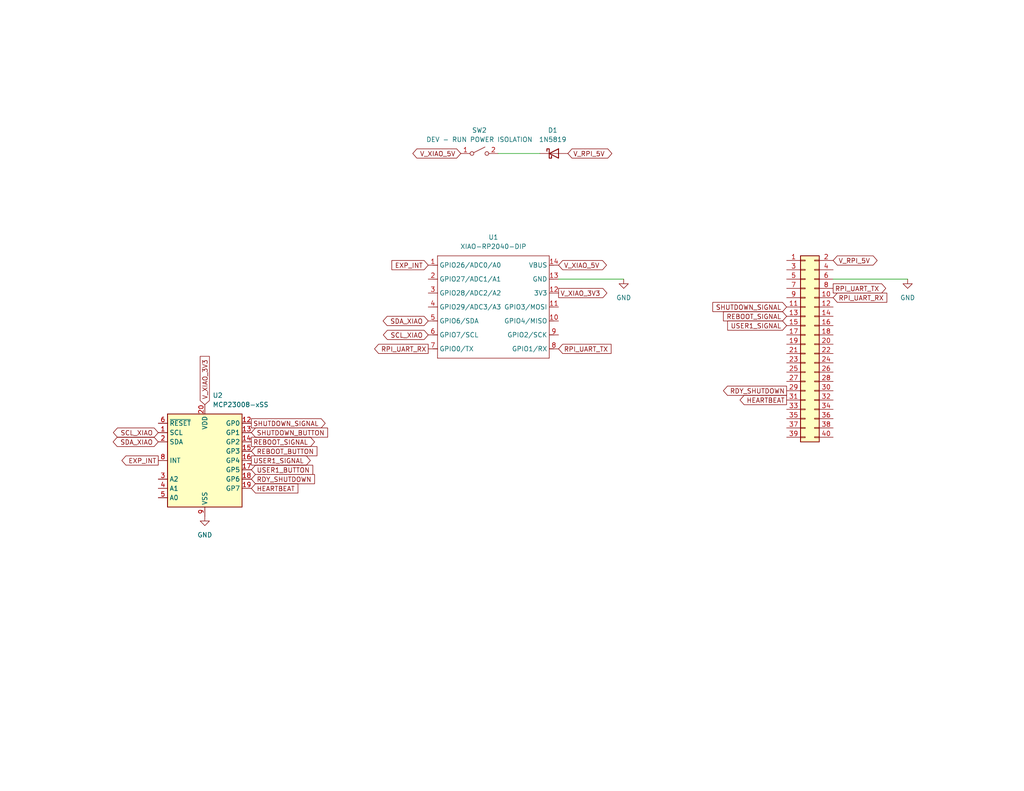
<source format=kicad_sch>
(kicad_sch (version 20250114) (generator "eeschema") (generator_version "9.0")
  (paper "USLetter")
  (title_block (title "BMC-Lite-HAT") (rev "v1.0") (comment 1 "Teslamax"))
  (lib_symbols
    (symbol "Connector_Generic:Conn_02x20_Odd_Even" (pin_names (offset 1.016) (hide yes))
      (property "Reference" "J" (at 1.27 25.4 0))
      (property "Value" "Conn_02x20_Odd_Even" (at 1.27 -27.94 0))
      (symbol "Conn_02x20_Odd_Even_1_1"
        (rectangle (start -1.27 24.13) (end 3.81 -26.67) (stroke (width 0.254)) (fill (type background)))
        (rectangle (start -1.27 22.987) (end 0 22.733) (stroke (width 0.1524)))
        (rectangle (start -1.27 20.447) (end 0 20.193) (stroke (width 0.1524)))
        (rectangle (start -1.27 17.907) (end 0 17.653) (stroke (width 0.1524)))
        (rectangle (start -1.27 15.367) (end 0 15.113) (stroke (width 0.1524)))
        (rectangle (start -1.27 12.827) (end 0 12.573) (stroke (width 0.1524)))
        (rectangle (start -1.27 10.287) (end 0 10.033) (stroke (width 0.1524)))
        (rectangle (start -1.27 7.747) (end 0 7.493) (stroke (width 0.1524)))
        (rectangle (start -1.27 5.207) (end 0 4.953) (stroke (width 0.1524)))
        (rectangle (start -1.27 2.667) (end 0 2.413) (stroke (width 0.1524)))
        (rectangle (start -1.27 0.127) (end 0 -0.127) (stroke (width 0.1524)))
        (rectangle (start -1.27 -2.413) (end 0 -2.667) (stroke (width 0.1524)))
        (rectangle (start -1.27 -4.953) (end 0 -5.207) (stroke (width 0.1524)))
        (rectangle (start -1.27 -7.493) (end 0 -7.747) (stroke (width 0.1524)))
        (rectangle (start -1.27 -10.033) (end 0 -10.287) (stroke (width 0.1524)))
        (rectangle (start -1.27 -12.573) (end 0 -12.827) (stroke (width 0.1524)))
        (rectangle (start -1.27 -15.113) (end 0 -15.367) (stroke (width 0.1524)))
        (rectangle (start -1.27 -17.653) (end 0 -17.907) (stroke (width 0.1524)))
        (rectangle (start -1.27 -20.193) (end 0 -20.447) (stroke (width 0.1524)))
        (rectangle (start -1.27 -22.733) (end 0 -22.987) (stroke (width 0.1524)))
        (rectangle (start -1.27 -25.273) (end 0 -25.527) (stroke (width 0.1524)))
        (rectangle (start 3.81 22.987) (end 2.54 22.733) (stroke (width 0.1524)))
        (rectangle (start 3.81 20.447) (end 2.54 20.193) (stroke (width 0.1524)))
        (rectangle (start 3.81 17.907) (end 2.54 17.653) (stroke (width 0.1524)))
        (rectangle (start 3.81 15.367) (end 2.54 15.113) (stroke (width 0.1524)))
        (rectangle (start 3.81 12.827) (end 2.54 12.573) (stroke (width 0.1524)))
        (rectangle (start 3.81 10.287) (end 2.54 10.033) (stroke (width 0.1524)))
        (rectangle (start 3.81 7.747) (end 2.54 7.493) (stroke (width 0.1524)))
        (rectangle (start 3.81 5.207) (end 2.54 4.953) (stroke (width 0.1524)))
        (rectangle (start 3.81 2.667) (end 2.54 2.413) (stroke (width 0.1524)))
        (rectangle (start 3.81 0.127) (end 2.54 -0.127) (stroke (width 0.1524)))
        (rectangle (start 3.81 -2.413) (end 2.54 -2.667) (stroke (width 0.1524)))
        (rectangle (start 3.81 -4.953) (end 2.54 -5.207) (stroke (width 0.1524)))
        (rectangle (start 3.81 -7.493) (end 2.54 -7.747) (stroke (width 0.1524)))
        (rectangle (start 3.81 -10.033) (end 2.54 -10.287) (stroke (width 0.1524)))
        (rectangle (start 3.81 -12.573) (end 2.54 -12.827) (stroke (width 0.1524)))
        (rectangle (start 3.81 -15.113) (end 2.54 -15.367) (stroke (width 0.1524)))
        (rectangle (start 3.81 -17.653) (end 2.54 -17.907) (stroke (width 0.1524)))
        (rectangle (start 3.81 -20.193) (end 2.54 -20.447) (stroke (width 0.1524)))
        (rectangle (start 3.81 -22.733) (end 2.54 -22.987) (stroke (width 0.1524)))
        (rectangle (start 3.81 -25.273) (end 2.54 -25.527) (stroke (width 0.1524)))
        (pin passive line (at -5.08 22.86 0) (length 3.81) (name "Pin_1") (number "1"))
        (pin passive line (at -5.08 20.32 0) (length 3.81) (name "Pin_3") (number "3"))
        (pin passive line (at -5.08 17.78 0) (length 3.81) (name "Pin_5") (number "5"))
        (pin passive line (at -5.08 15.24 0) (length 3.81) (name "Pin_7") (number "7"))
        (pin passive line (at -5.08 12.7 0) (length 3.81) (name "Pin_9") (number "9"))
        (pin passive line (at -5.08 10.16 0) (length 3.81) (name "Pin_11") (number "11"))
        (pin passive line (at -5.08 7.62 0) (length 3.81) (name "Pin_13") (number "13"))
        (pin passive line (at -5.08 5.08 0) (length 3.81) (name "Pin_15") (number "15"))
        (pin passive line (at -5.08 2.54 0) (length 3.81) (name "Pin_17") (number "17"))
        (pin passive line (at -5.08 0 0) (length 3.81) (name "Pin_19") (number "19"))
        (pin passive line (at -5.08 -2.54 0) (length 3.81) (name "Pin_21") (number "21"))
        (pin passive line (at -5.08 -5.08 0) (length 3.81) (name "Pin_23") (number "23"))
        (pin passive line (at -5.08 -7.62 0) (length 3.81) (name "Pin_25") (number "25"))
        (pin passive line (at -5.08 -10.16 0) (length 3.81) (name "Pin_27") (number "27"))
        (pin passive line (at -5.08 -12.7 0) (length 3.81) (name "Pin_29") (number "29"))
        (pin passive line (at -5.08 -15.24 0) (length 3.81) (name "Pin_31") (number "31"))
        (pin passive line (at -5.08 -17.78 0) (length 3.81) (name "Pin_33") (number "33"))
        (pin passive line (at -5.08 -20.32 0) (length 3.81) (name "Pin_35") (number "35"))
        (pin passive line (at -5.08 -22.86 0) (length 3.81) (name "Pin_37") (number "37"))
        (pin passive line (at -5.08 -25.4 0) (length 3.81) (name "Pin_39") (number "39"))
        (pin passive line (at 7.62 22.86 180) (length 3.81) (name "Pin_2") (number "2"))
        (pin passive line (at 7.62 20.32 180) (length 3.81) (name "Pin_4") (number "4"))
        (pin passive line (at 7.62 17.78 180) (length 3.81) (name "Pin_6") (number "6"))
        (pin passive line (at 7.62 15.24 180) (length 3.81) (name "Pin_8") (number "8"))
        (pin passive line (at 7.62 12.7 180) (length 3.81) (name "Pin_10") (number "10"))
        (pin passive line (at 7.62 10.16 180) (length 3.81) (name "Pin_12") (number "12"))
        (pin passive line (at 7.62 7.62 180) (length 3.81) (name "Pin_14") (number "14"))
        (pin passive line (at 7.62 5.08 180) (length 3.81) (name "Pin_16") (number "16"))
        (pin passive line (at 7.62 2.54 180) (length 3.81) (name "Pin_18") (number "18"))
        (pin passive line (at 7.62 0 180) (length 3.81) (name "Pin_20") (number "20"))
        (pin passive line (at 7.62 -2.54 180) (length 3.81) (name "Pin_22") (number "22"))
        (pin passive line (at 7.62 -5.08 180) (length 3.81) (name "Pin_24") (number "24"))
        (pin passive line (at 7.62 -7.62 180) (length 3.81) (name "Pin_26") (number "26"))
        (pin passive line (at 7.62 -10.16 180) (length 3.81) (name "Pin_28") (number "28"))
        (pin passive line (at 7.62 -12.7 180) (length 3.81) (name "Pin_30") (number "30"))
        (pin passive line (at 7.62 -15.24 180) (length 3.81) (name "Pin_32") (number "32"))
        (pin passive line (at 7.62 -17.78 180) (length 3.81) (name "Pin_34") (number "34"))
        (pin passive line (at 7.62 -20.32 180) (length 3.81) (name "Pin_36") (number "36"))
        (pin passive line (at 7.62 -22.86 180) (length 3.81) (name "Pin_38") (number "38"))
        (pin passive line (at 7.62 -25.4 180) (length 3.81) (name "Pin_40") (number "40"))
      )
    )
    (symbol "Diode:1N5819" (pin_numbers (hide yes)) (pin_names (offset 1.016) (hide yes))
      (property "Reference" "D" (at 0 2.54 0))
      (property "Value" "1N5819" (at 0 -2.54 0))
      (symbol "1N5819_0_1"
        (polyline (pts (xy -1.905 0.635) (xy -1.905 1.27) (xy -1.27 1.27) (xy -1.27 -1.27) (xy -0.635 -1.27) (xy -0.635 -0.635)) (stroke (width 0.254)))
        (polyline (pts (xy 1.27 1.27) (xy 1.27 -1.27) (xy -1.27 0) (xy 1.27 1.27)) (stroke (width 0.254)))
        (polyline (pts (xy 1.27 0) (xy -1.27 0)))
      )
      (symbol "1N5819_1_1"
        (pin passive line (at -3.81 0 0) (length 2.54) (name "K") (number "1"))
        (pin passive line (at 3.81 0 180) (length 2.54) (name "A") (number "2"))
      )
    )
    (symbol "Interface_Expansion:MCP23008-xSS"
      (property "Reference" "U" (at -8.89 13.97 0))
      (property "Value" "MCP23008-xSS" (at 8.89 13.97 0))
      (symbol "MCP23008-xSS_0_1"
        (rectangle (start -10.16 12.7) (end 10.16 -12.7) (stroke (width 0.254)) (fill (type background)))
      )
      (symbol "MCP23008-xSS_1_1"
        (pin input line (at -12.7 10.16 0) (length 2.54) (name "~{RESET}") (number "6"))
        (pin input line (at -12.7 7.62 0) (length 2.54) (name "SCL") (number "1"))
        (pin bidirectional line (at -12.7 5.08 0) (length 2.54) (name "SDA") (number "2"))
        (pin output line (at -12.7 0 0) (length 2.54) (name "INT") (number "8"))
        (pin input line (at -12.7 -5.08 0) (length 2.54) (name "A2") (number "3"))
        (pin input line (at -12.7 -7.62 0) (length 2.54) (name "A1") (number "4"))
        (pin input line (at -12.7 -10.16 0) (length 2.54) (name "A0") (number "5"))
        (pin no_connect line (at -10.16 2.54 0) (length 2.54) (hide yes) (name "NC") (number "7"))
        (pin no_connect line (at -10.16 -2.54 0) (length 2.54) (hide yes) (name "NC") (number "10"))
        (pin power_in line (at 0 15.24 270) (length 2.54) (name "VDD") (number "20"))
        (pin power_in line (at 0 -15.24 90) (length 2.54) (name "VSS") (number "9"))
        (pin no_connect line (at 10.16 -10.16 180) (length 2.54) (hide yes) (name "NC") (number "11"))
        (pin bidirectional line (at 12.7 10.16 180) (length 2.54) (name "GP0") (number "12"))
        (pin bidirectional line (at 12.7 7.62 180) (length 2.54) (name "GP1") (number "13"))
        (pin bidirectional line (at 12.7 5.08 180) (length 2.54) (name "GP2") (number "14"))
        (pin bidirectional line (at 12.7 2.54 180) (length 2.54) (name "GP3") (number "15"))
        (pin bidirectional line (at 12.7 0 180) (length 2.54) (name "GP4") (number "16"))
        (pin bidirectional line (at 12.7 -2.54 180) (length 2.54) (name "GP5") (number "17"))
        (pin bidirectional line (at 12.7 -5.08 180) (length 2.54) (name "GP6") (number "18"))
        (pin bidirectional line (at 12.7 -7.62 180) (length 2.54) (name "GP7") (number "19"))
      )
    )
    (symbol "Seeed_Studio_XIAO_Series:XIAO-RP2040-DIP"
      (property "Reference" "U" (at 0 0 0))
      (property "Value" "XIAO-RP2040-DIP" (at 5.334 -1.778 0))
      (symbol "XIAO-RP2040-DIP_1_0"
        (polyline (pts (xy -1.27 -2.54) (xy 29.21 -2.54)) (stroke (width 0.1524)))
        (polyline (pts (xy -1.27 -5.08) (xy -2.54 -5.08)) (stroke (width 0.1524)))
        (polyline (pts (xy -1.27 -5.08) (xy -1.27 -2.54)) (stroke (width 0.1524)))
        (polyline (pts (xy -1.27 -8.89) (xy -2.54 -8.89)) (stroke (width 0.1524)))
        (polyline (pts (xy -1.27 -8.89) (xy -1.27 -5.08)) (stroke (width 0.1524)))
        (polyline (pts (xy -1.27 -12.7) (xy -2.54 -12.7)) (stroke (width 0.1524)))
        (polyline (pts (xy -1.27 -12.7) (xy -1.27 -8.89)) (stroke (width 0.1524)))
        (polyline (pts (xy -1.27 -16.51) (xy -2.54 -16.51)) (stroke (width 0.1524)))
        (polyline (pts (xy -1.27 -16.51) (xy -1.27 -12.7)) (stroke (width 0.1524)))
        (polyline (pts (xy -1.27 -20.32) (xy -2.54 -20.32)) (stroke (width 0.1524)))
        (polyline (pts (xy -1.27 -24.13) (xy -2.54 -24.13)) (stroke (width 0.1524)))
        (polyline (pts (xy -1.27 -27.94) (xy -2.54 -27.94)) (stroke (width 0.1524)))
        (polyline (pts (xy -1.27 -30.48) (xy -1.27 -16.51)) (stroke (width 0.1524)))
        (polyline (pts (xy 29.21 -2.54) (xy 29.21 -5.08)) (stroke (width 0.1524)))
        (polyline (pts (xy 29.21 -5.08) (xy 29.21 -8.89)) (stroke (width 0.1524)))
        (polyline (pts (xy 29.21 -8.89) (xy 29.21 -12.7)) (stroke (width 0.1524)))
        (polyline (pts (xy 29.21 -12.7) (xy 29.21 -30.48)) (stroke (width 0.1524)))
        (polyline (pts (xy 29.21 -30.48) (xy -1.27 -30.48)) (stroke (width 0.1524)))
        (polyline (pts (xy 30.48 -5.08) (xy 29.21 -5.08)) (stroke (width 0.1524)))
        (polyline (pts (xy 30.48 -8.89) (xy 29.21 -8.89)) (stroke (width 0.1524)))
        (polyline (pts (xy 30.48 -12.7) (xy 29.21 -12.7)) (stroke (width 0.1524)))
        (polyline (pts (xy 30.48 -16.51) (xy 29.21 -16.51)) (stroke (width 0.1524)))
        (polyline (pts (xy 30.48 -20.32) (xy 29.21 -20.32)) (stroke (width 0.1524)))
        (polyline (pts (xy 30.48 -24.13) (xy 29.21 -24.13)) (stroke (width 0.1524)))
        (polyline (pts (xy 30.48 -27.94) (xy 29.21 -27.94)) (stroke (width 0.1524)))
        (pin passive line (at -3.81 -5.08 0) (length 2.54) (name "GPIO26/ADC0/A0") (number "1"))
        (pin passive line (at -3.81 -8.89 0) (length 2.54) (name "GPIO27/ADC1/A1") (number "2"))
        (pin passive line (at -3.81 -12.7 0) (length 2.54) (name "GPIO28/ADC2/A2") (number "3"))
        (pin passive line (at -3.81 -16.51 0) (length 2.54) (name "GPIO29/ADC3/A3") (number "4"))
        (pin passive line (at -3.81 -20.32 0) (length 2.54) (name "GPIO6/SDA") (number "5"))
        (pin passive line (at -3.81 -24.13 0) (length 2.54) (name "GPIO7/SCL") (number "6"))
        (pin passive line (at -3.81 -27.94 0) (length 2.54) (name "GPIO0/TX") (number "7"))
        (pin passive line (at 31.75 -5.08 180) (length 2.54) (name "VBUS") (number "14"))
        (pin passive line (at 31.75 -8.89 180) (length 2.54) (name "GND") (number "13"))
        (pin passive line (at 31.75 -12.7 180) (length 2.54) (name "3V3") (number "12"))
        (pin passive line (at 31.75 -16.51 180) (length 2.54) (name "GPIO3/MOSI") (number "11"))
        (pin passive line (at 31.75 -20.32 180) (length 2.54) (name "GPIO4/MISO") (number "10"))
        (pin passive line (at 31.75 -24.13 180) (length 2.54) (name "GPIO2/SCK") (number "9"))
        (pin passive line (at 31.75 -27.94 180) (length 2.54) (name "GPIO1/RX") (number "8"))
      )
    )
    (symbol "Switch:SW_SPST" (pin_names (offset 0) (hide yes))
      (property "Reference" "SW" (at 0 3.175 0))
      (property "Value" "SW_SPST" (at 0 -2.54 0))
      (symbol "SW_SPST_0_0"
        (circle (center -2.032 0) (radius 0.508))
        (polyline (pts (xy -1.524 0.254) (xy 1.524 1.778)))
        (circle (center 2.032 0) (radius 0.508))
      )
      (symbol "SW_SPST_1_1"
        (pin passive line (at -5.08 0 0) (length 2.54) (name "A") (number "1"))
        (pin passive line (at 5.08 0 180) (length 2.54) (name "B") (number "2"))
      )
    )
    (symbol "power:GND" (power) (pin_numbers (hide yes)) (pin_names (offset 0) (hide yes))
      (property "Value" "GND" (at 0 -3.81 0))
      (symbol "GND_0_1"
        (polyline (pts (xy 0 0) (xy 0 -1.27) (xy 1.27 -1.27) (xy 0 -2.54) (xy -1.27 -1.27) (xy 0 -1.27)))
      )
      (symbol "GND_1_1"
        (pin power_in line (at 0 0 270) (length 0) (name "~") (number "1"))
      )
    )
  )
  (wire (pts (xy 170.18 76.2) (xy 152.4 76.2)))
  (wire (pts (xy 135.89 41.91) (xy 147.32 41.91)))
  (wire (pts (xy 247.65 76.2) (xy 227.33 76.2)))
  (global_label "USER1_SIGNAL" (shape output) (at 68.58 125.73 0) (property "Intersheetrefs" "${INTERSHEET_REFS}" (effects (hide yes))))
  (global_label "V_XIAO_3V3" (shape output) (at 152.4 80.01 0) (property "Intersheetrefs" "${INTERSHEET_REFS}" (effects (hide yes))))
  (global_label "SDA_XIAO" (shape bidirectional) (at 116.84 87.63 180) (property "Intersheetrefs" "${INTERSHEET_REFS}" (effects (hide yes))))
  (global_label "HEARTBEAT" (shape input) (at 68.58 133.35 0) (property "Intersheetrefs" "${INTERSHEET_REFS}" (effects (hide yes))))
  (global_label "SDA_XIAO" (shape bidirectional) (at 43.18 120.65 180) (property "Intersheetrefs" "${INTERSHEET_REFS}" (effects (hide yes))))
  (global_label "SCL_XIAO" (shape bidirectional) (at 43.18 118.11 180) (property "Intersheetrefs" "${INTERSHEET_REFS}" (effects (hide yes))))
  (global_label "REBOOT_SIGNAL" (shape input) (at 214.63 86.36 180) (property "Intersheetrefs" "${INTERSHEET_REFS}" (effects (hide yes))))
  (global_label "RDY_SHUTDOWN" (shape input) (at 68.58 130.81 0) (property "Intersheetrefs" "${INTERSHEET_REFS}" (effects (hide yes))))
  (global_label "USER1_SIGNAL" (shape input) (at 214.63 88.9 180) (property "Intersheetrefs" "${INTERSHEET_REFS}" (effects (hide yes))))
  (global_label "RPI_UART_RX" (shape input) (at 227.33 81.28 0) (property "Intersheetrefs" "${INTERSHEET_REFS}" (effects (hide yes))))
  (global_label "SHUTDOWN_SIGNAL" (shape input) (at 214.63 83.82 180) (property "Intersheetrefs" "${INTERSHEET_REFS}" (effects (hide yes))))
  (global_label "HEARTBEAT" (shape output) (at 214.63 109.22 180) (property "Intersheetrefs" "${INTERSHEET_REFS}" (effects (hide yes))))
  (global_label "REBOOT_BUTTON" (shape input) (at 68.58 123.19 0) (property "Intersheetrefs" "${INTERSHEET_REFS}" (effects (hide yes))))
  (global_label "REBOOT_SIGNAL" (shape output) (at 68.58 120.65 0) (property "Intersheetrefs" "${INTERSHEET_REFS}" (effects (hide yes))))
  (global_label "SHUTDOWN_BUTTON" (shape input) (at 68.58 118.11 0) (property "Intersheetrefs" "${INTERSHEET_REFS}" (effects (hide yes))))
  (global_label "EXP_INT" (shape output) (at 43.18 125.73 180) (property "Intersheetrefs" "${INTERSHEET_REFS}" (effects (hide yes))))
  (global_label "V_RPI_5V" (shape bidirectional) (at 154.94 41.91 0) (property "Intersheetrefs" "${INTERSHEET_REFS}" (effects (hide yes))))
  (global_label "V_XIAO_5V" (shape bidirectional) (at 152.4 72.39 0) (property "Intersheetrefs" "${INTERSHEET_REFS}" (effects (hide yes))))
  (global_label "RDY_SHUTDOWN" (shape output) (at 214.63 106.68 180) (property "Intersheetrefs" "${INTERSHEET_REFS}" (effects (hide yes))))
  (global_label "SCL_XIAO" (shape bidirectional) (at 116.84 91.44 180) (property "Intersheetrefs" "${INTERSHEET_REFS}" (effects (hide yes))))
  (global_label "RPI_UART_RX" (shape output) (at 116.84 95.25 180) (property "Intersheetrefs" "${INTERSHEET_REFS}" (effects (hide yes))))
  (global_label "V_XIAO_5V" (shape bidirectional) (at 125.73 41.91 180) (property "Intersheetrefs" "${INTERSHEET_REFS}" (effects (hide yes))))
  (global_label "USER1_BUTTON" (shape input) (at 68.58 128.27 0) (property "Intersheetrefs" "${INTERSHEET_REFS}" (effects (hide yes))))
  (global_label "SHUTDOWN_SIGNAL" (shape output) (at 68.58 115.57 0) (property "Intersheetrefs" "${INTERSHEET_REFS}" (effects (hide yes))))
  (global_label "EXP_INT" (shape input) (at 116.84 72.39 180) (property "Intersheetrefs" "${INTERSHEET_REFS}" (effects (hide yes))))
  (global_label "V_RPI_5V" (shape bidirectional) (at 227.33 71.12 0) (property "Intersheetrefs" "${INTERSHEET_REFS}" (effects (hide yes))))
  (global_label "RPI_UART_TX" (shape input) (at 152.4 95.25 0) (property "Intersheetrefs" "${INTERSHEET_REFS}" (effects (hide yes))))
  (global_label "RPI_UART_TX" (shape output) (at 227.33 78.74 0) (property "Intersheetrefs" "${INTERSHEET_REFS}" (effects (hide yes))))
  (global_label "V_XIAO_3V3" (shape input) (at 55.88 110.49 90) (property "Intersheetrefs" "${INTERSHEET_REFS}" (effects (hide yes))))
  (symbol (lib_id "power:GND") (at 55.88 140.97 0) (unit 1)
    (property "Reference" "#PWR03" (effects (hide yes)))
    (property "Value" "GND" (at 55.88 146.05 0))
    (property "Description" "Power symbol creates a global label with name \"GND\" , ground" (effects (hide yes)))
  )
  (symbol (lib_id "Diode:1N5819") (at 151.13 41.91 0) (unit 1)
    (property "Reference" "D1" (at 150.8125 35.56 0))
    (property "Value" "1N5819" (at 150.8125 38.1 0))
    (property "Footprint" "Diode_THT:D_DO-41_SOD81_P10.16mm_Horizontal" (effects (hide yes)))
    (property "Datasheet" "http://www.vishay.com/docs/88525/1n5817.pdf" (effects (hide yes)))
    (property "Description" "40V 1A Schottky Barrier Rectifier Diode, DO-41" (effects (hide yes)))
  )
  (symbol (lib_id "power:GND") (at 170.18 76.2 0) (unit 1)
    (property "Reference" "#PWR01" (effects (hide yes)))
    (property "Value" "GND" (at 170.18 81.28 0))
    (property "Description" "Power symbol creates a global label with name \"GND\" , ground" (effects (hide yes)))
  )
  (symbol (lib_id "Connector_Generic:Conn_02x20_Odd_Even") (at 219.71 93.98 0) (unit 1)
    (property "Reference" "J1" (effects (hide yes)))
    (property "Value" "Conn_02x20_Odd_Even" (effects (hide yes)))
    (property "Description" "Generic connector, double row, 02x20, odd/even pin numbering scheme (row 1 odd numbers, row 2 even numbers), script generated (kicad-library-utils/schlib/autogen/connector/)" (effects (hide yes)))
  )
  (symbol (lib_id "power:GND") (at 247.65 76.2 0) (unit 1)
    (property "Reference" "#PWR04" (effects (hide yes)))
    (property "Value" "GND" (at 247.65 81.28 0))
    (property "Description" "Power symbol creates a global label with name \"GND\" , ground" (effects (hide yes)))
  )
  (symbol (lib_id "Seeed_Studio_XIAO_Series:XIAO-RP2040-DIP") (at 120.65 67.31 0) (unit 1) (on_board no)
    (property "Reference" "U1" (at 134.62 64.77 0))
    (property "Value" "XIAO-RP2040-DIP" (at 134.62 67.31 0))
    (property "Footprint" "Module:MOUDLE14P-XIAO-DIP-SMD" (effects (hide yes)))
  )
  (symbol (lib_id "Interface_Expansion:MCP23008-xSS") (at 55.88 125.73 0) (unit 1)
    (property "Reference" "U2" (at 58.0233 107.95 0) (effects (justify left)))
    (property "Value" "MCP23008-xSS" (at 58.0233 110.49 0) (effects (justify left)))
    (property "Footprint" "Package_SO:SSOP-20_5.3x7.2mm_P0.65mm" (effects (hide yes)))
    (property "Datasheet" "http://ww1.microchip.com/downloads/en/DeviceDoc/MCP23008-MCP23S08-Data-Sheet-20001919F.pdf" (effects (hide yes)))
    (property "Description" "8-bit I/O expander, I2C, interrupts, SSOP-20" (effects (hide yes)))
  )
  (symbol (lib_id "Switch:SW_SPST") (at 130.81 41.91 0) (unit 1)
    (property "Reference" "SW2" (at 130.81 35.56 0))
    (property "Value" "DEV - RUN POWER ISOLATION" (at 130.81 38.1 0))
    (property "Description" "Single Pole Single Throw (SPST) switch" (effects (hide yes)))
  )
)
</source>
